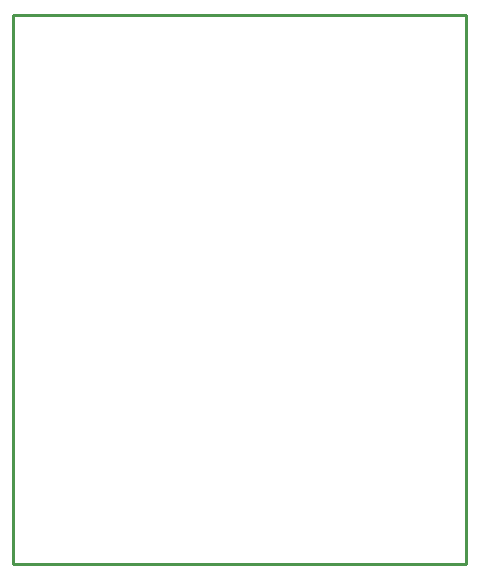
<source format=gko>
G04*
G04 #@! TF.GenerationSoftware,Altium Limited,Altium Designer,18.0.11 (651)*
G04*
G04 Layer_Color=16711935*
%FSLAX25Y25*%
%MOIN*%
G70*
G01*
G75*
%ADD13C,0.01000*%
D13*
X151000Y-43500D02*
Y0D01*
X0D02*
X151000D01*
X0D02*
X0Y-183000D01*
X151000D01*
X151000Y-43500D02*
X151000Y-183000D01*
M02*

</source>
